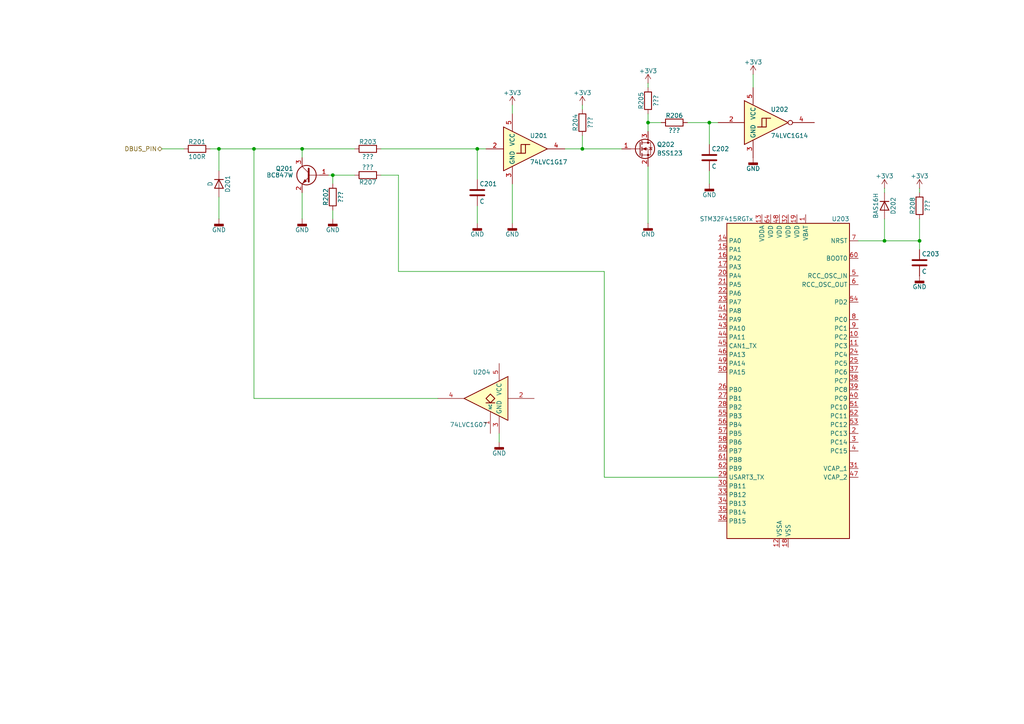
<source format=kicad_sch>
(kicad_sch (version 20250114) (generator "eeschema") (generator_version "9.0")
  (paper "A4")
  (lib_symbols
    (symbol "74xGxx:74LVC1G07"
      (property "Reference" "U" (at 0 7.62 0))
      (property "Value" "74LVC1G07" (at 3.81 -7.62 0))
      (symbol "74LVC1G07_0_1"
        (polyline (pts (xy -7.62 6.35) (xy -7.62 -6.35) (xy 5.08 0) (xy -7.62 6.35)) (stroke (width 0.254)) (fill (type background)))
        (polyline (pts (xy -3.81 -1.27) (xy -1.27 -1.27)) (stroke (width 0.254)) (fill (type background)))
        (polyline (pts (xy -2.54 1.27) (xy -3.81 0) (xy -2.54 -1.27) (xy -1.27 0) (xy -2.54 1.27)) (stroke (width 0.254)) (fill (type background)))
      )
      (symbol "74LVC1G07_1_1"
        (pin input line (at -15.24 0 0) (length 7.62) (name "~") (number "2"))
        (pin power_in line (at -5.08 10.16 270) (length 5.08) (name "VCC") (number "5"))
        (pin power_in line (at -5.08 -10.16 90) (length 5.08) (name "GND") (number "3"))
        (pin free line (at -2.54 -10.16 90) (length 6.35) (name "NC") (number "1"))
        (pin open_collector line (at 12.7 0 180) (length 7.62) (name "~") (number "4"))
      )
    )
    (symbol "74xGxx:74LVC1G14"
      (property "Reference" "U" (at 0 3.81 0))
      (property "Value" "74LVC1G14" (at 0 -3.81 0))
      (symbol "74LVC1G14_0_1"
        (polyline (pts (xy -7.62 6.35) (xy -7.62 -6.35) (xy 5.08 0) (xy -7.62 6.35)) (stroke (width 0.254)) (fill (type background)))
      )
      (symbol "74LVC1G14_1_1"
        (polyline (pts (xy -3.81 -1.27) (xy -1.27 -1.27) (xy -1.27 1.27)) (stroke (width 0.254)))
        (polyline (pts (xy -2.54 -1.27) (xy -2.54 1.27) (xy 0 1.27)) (stroke (width 0.254)))
        (pin input line (at -15.24 0 0) (length 7.62) (name "~") (number "2"))
        (pin no_connect line (at -7.62 5.08 180) (length 5.08) (hide yes) (name "NC") (number "1"))
        (pin power_in line (at -5.08 10.16 270) (length 5.08) (name "VCC") (number "5"))
        (pin power_in line (at -5.08 -10.16 90) (length 5.08) (name "GND") (number "3"))
        (pin output inverted (at 12.7 0 180) (length 7.62) (name "~") (number "4"))
      )
    )
    (symbol "74xGxx:74LVC1G17"
      (property "Reference" "U" (at 0 3.81 0))
      (property "Value" "74LVC1G17" (at 0 -3.81 0))
      (symbol "74LVC1G17_0_1"
        (polyline (pts (xy -7.62 6.35) (xy -7.62 -6.35) (xy 5.08 0) (xy -7.62 6.35)) (stroke (width 0.254)) (fill (type background)))
        (polyline (pts (xy -3.81 -1.27) (xy -2.54 -1.27) (xy -2.54 1.27) (xy -1.27 1.27)) (stroke (width 0.254)) (fill (type background)))
        (polyline (pts (xy -2.54 -1.27) (xy -1.27 -1.27) (xy -1.27 1.27) (xy 0 1.27)) (stroke (width 0.254)) (fill (type background)))
      )
      (symbol "74LVC1G17_1_1"
        (pin input line (at -12.7 0 0) (length 5.08) (name "~") (number "2"))
        (pin no_connect line (at -7.62 5.08 180) (length 5.08) (hide yes) (name "NC") (number "1"))
        (pin power_in line (at -5.08 10.16 270) (length 5.08) (name "VCC") (number "5"))
        (pin power_in line (at -5.08 -10.16 90) (length 5.08) (name "GND") (number "3"))
        (pin output line (at 10.16 0 180) (length 5.08) (name "~") (number "4"))
      )
    )
    (symbol "900_diodes:BAS16H" (pin_numbers (hide yes)) (pin_names (offset 1.016) (hide yes))
      (property "Reference" "D" (at 0 2.54 0))
      (property "Value" "BAS16H" (at 0 -2.54 0))
      (symbol "BAS16H_0_1"
        (polyline (pts (xy -1.27 1.27) (xy -1.27 -1.27)) (stroke (width 0.254)))
        (polyline (pts (xy 1.27 1.27) (xy 1.27 -1.27) (xy -1.27 0) (xy 1.27 1.27)) (stroke (width 0.254)))
        (polyline (pts (xy 1.27 0) (xy -1.27 0)))
      )
      (symbol "BAS16H_1_1"
        (pin passive line (at -3.81 0 0) (length 2.54) (name "K") (number "1"))
        (pin passive line (at 3.81 0 180) (length 2.54) (name "A") (number "2"))
      )
    )
    (symbol "900_transistors:BSS123" (pin_names (offset 0) (hide yes))
      (property "Reference" "Q" (at 5.08 1.27 0))
      (property "Value" "BSS123" (at 5.08 -1.27 0))
      (symbol "BSS123_0_1"
        (polyline (pts (xy 0.254 1.905) (xy 0.254 -1.905)) (stroke (width 0.254)))
        (polyline (pts (xy 0.254 0) (xy -2.54 0)))
        (polyline (pts (xy 0.762 2.286) (xy 0.762 1.27)) (stroke (width 0.254)))
        (polyline (pts (xy 0.762 0.508) (xy 0.762 -0.508)) (stroke (width 0.254)))
        (polyline (pts (xy 0.762 -1.27) (xy 0.762 -2.286)) (stroke (width 0.254)))
        (polyline (pts (xy 0.762 -1.778) (xy 3.302 -1.778) (xy 3.302 1.778) (xy 0.762 1.778)))
        (polyline (pts (xy 1.016 0) (xy 2.032 0.381) (xy 2.032 -0.381) (xy 1.016 0)) (fill (type outline)))
        (circle (center 1.651 0) (radius 2.794) (stroke (width 0.254)))
        (polyline (pts (xy 2.54 2.54) (xy 2.54 1.778)))
        (circle (center 2.54 1.778) (radius 0.254) (fill (type outline)))
        (circle (center 2.54 -1.778) (radius 0.254) (fill (type outline)))
        (polyline (pts (xy 2.54 -2.54) (xy 2.54 0) (xy 0.762 0)))
        (polyline (pts (xy 2.794 0.508) (xy 2.921 0.381) (xy 3.683 0.381) (xy 3.81 0.254)))
        (polyline (pts (xy 3.302 0.381) (xy 2.921 -0.254) (xy 3.683 -0.254) (xy 3.302 0.381)))
      )
      (symbol "BSS123_1_1"
        (pin input line (at -5.08 0 0) (length 2.54) (name "G") (number "1"))
        (pin passive line (at 2.54 5.08 270) (length 2.54) (name "D") (number "3"))
        (pin passive line (at 2.54 -5.08 90) (length 2.54) (name "S") (number "2"))
      )
    )
    (symbol "Device:C" (pin_numbers (hide yes)) (pin_names (offset 0.254))
      (property "Reference" "C" (at 0.635 2.54 0))
      (property "Value" "C" (at 0.635 -2.54 0))
      (symbol "C_0_1"
        (polyline (pts (xy -2.032 0.762) (xy 2.032 0.762)) (stroke (width 0.508)))
        (polyline (pts (xy -2.032 -0.762) (xy 2.032 -0.762)) (stroke (width 0.508)))
      )
      (symbol "C_1_1"
        (pin passive line (at 0 3.81 270) (length 2.794) (name "~") (number "1"))
        (pin passive line (at 0 -3.81 90) (length 2.794) (name "~") (number "2"))
      )
    )
    (symbol "Device:D" (pin_numbers (hide yes)) (pin_names (offset 1.016) (hide yes))
      (property "Reference" "D" (at 0 2.54 0))
      (property "Value" "D" (at 0 -2.54 0))
      (symbol "D_0_1"
        (polyline (pts (xy -1.27 1.27) (xy -1.27 -1.27)) (stroke (width 0.254)))
        (polyline (pts (xy 1.27 1.27) (xy 1.27 -1.27) (xy -1.27 0) (xy 1.27 1.27)) (stroke (width 0.254)))
        (polyline (pts (xy 1.27 0) (xy -1.27 0)))
      )
      (symbol "D_1_1"
        (pin passive line (at -3.81 0 0) (length 2.54) (name "K") (number "1"))
        (pin passive line (at 3.81 0 180) (length 2.54) (name "A") (number "2"))
      )
    )
    (symbol "Device:R" (pin_numbers (hide yes)) (pin_names (offset 0))
      (property "Reference" "R" (at 2.032 0 90))
      (property "Value" "R" (at 0 0 90))
      (symbol "R_0_1"
        (rectangle (start -1.016 -2.54) (end 1.016 2.54) (stroke (width 0.254)))
      )
      (symbol "R_1_1"
        (pin passive line (at 0 3.81 270) (length 1.27) (name "~") (number "1"))
        (pin passive line (at 0 -3.81 90) (length 1.27) (name "~") (number "2"))
      )
    )
    (symbol "MCU_ST_STM32F4:STM32F415RGTx"
      (property "Reference" "U" (at -17.78 46.99 0))
      (property "Value" "STM32F415RGTx" (at 10.16 46.99 0))
      (symbol "STM32F415RGTx_0_1"
        (rectangle (start -17.78 -45.72) (end 17.78 45.72) (stroke (width 0.254)) (fill (type background)))
      )
      (symbol "STM32F415RGTx_1_1"
        (pin input line (at -20.32 40.64 0) (length 2.54) (name "NRST") (number "7"))
        (pin input line (at -20.32 35.56 0) (length 2.54) (name "BOOT0") (number "60"))
        (pin bidirectional line (at -20.32 30.48 0) (length 2.54) (name "PH0") (number "5") (alternate "RCC_OSC_IN" bidirectional line))
        (pin bidirectional line (at -20.32 27.94 0) (length 2.54) (name "PH1") (number "6") (alternate "RCC_OSC_OUT" bidirectional line))
        (pin bidirectional line (at -20.32 22.86 0) (length 2.54) (name "PD2") (number "54"))
        (pin bidirectional line (at -20.32 17.78 0) (length 2.54) (name "PC0") (number "8"))
        (pin bidirectional line (at -20.32 15.24 0) (length 2.54) (name "PC1") (number "9"))
        (pin bidirectional line (at -20.32 12.7 0) (length 2.54) (name "PC2") (number "10"))
        (pin bidirectional line (at -20.32 10.16 0) (length 2.54) (name "PC3") (number "11"))
        (pin bidirectional line (at -20.32 7.62 0) (length 2.54) (name "PC4") (number "24"))
        (pin bidirectional line (at -20.32 5.08 0) (length 2.54) (name "PC5") (number "25"))
        (pin bidirectional line (at -20.32 2.54 0) (length 2.54) (name "PC6") (number "37"))
        (pin bidirectional line (at -20.32 0 0) (length 2.54) (name "PC7") (number "38"))
        (pin bidirectional line (at -20.32 -2.54 0) (length 2.54) (name "PC8") (number "39"))
        (pin bidirectional line (at -20.32 -5.08 0) (length 2.54) (name "PC9") (number "40"))
        (pin bidirectional line (at -20.32 -7.62 0) (length 2.54) (name "PC10") (number "51") (alternate "USART3_TX" bidirectional line))
        (pin bidirectional line (at -20.32 -10.16 0) (length 2.54) (name "PC11") (number "52"))
        (pin bidirectional line (at -20.32 -12.7 0) (length 2.54) (name "PC12") (number "53"))
        (pin bidirectional line (at -20.32 -15.24 0) (length 2.54) (name "PC13") (number "2"))
        (pin bidirectional line (at -20.32 -17.78 0) (length 2.54) (name "PC14") (number "3"))
        (pin bidirectional line (at -20.32 -20.32 0) (length 2.54) (name "PC15") (number "4"))
        (pin power_out line (at -20.32 -25.4 0) (length 2.54) (name "VCAP_1") (number "31"))
        (pin power_out line (at -20.32 -27.94 0) (length 2.54) (name "VCAP_2") (number "47"))
        (pin power_in line (at -5.08 48.26 270) (length 2.54) (name "VBAT") (number "1"))
        (pin power_in line (at -2.54 48.26 270) (length 2.54) (name "VDD") (number "19"))
        (pin power_in line (at 0 48.26 270) (length 2.54) (name "VDD") (number "32"))
        (pin power_in line (at 0 -48.26 90) (length 2.54) (name "VSS") (number "18"))
        (pin passive line (at 0 -48.26 90) (length 2.54) (hide yes) (name "VSS") (number "63"))
        (pin power_in line (at 2.54 48.26 270) (length 2.54) (name "VDD") (number "48"))
        (pin power_in line (at 2.54 -48.26 90) (length 2.54) (name "VSSA") (number "12"))
        (pin power_in line (at 5.08 48.26 270) (length 2.54) (name "VDD") (number "64"))
        (pin power_in line (at 7.62 48.26 270) (length 2.54) (name "VDDA") (number "13"))
        (pin bidirectional line (at 20.32 40.64 180) (length 2.54) (name "PA0") (number "14"))
        (pin bidirectional line (at 20.32 38.1 180) (length 2.54) (name "PA1") (number "15"))
        (pin bidirectional line (at 20.32 35.56 180) (length 2.54) (name "PA2") (number "16"))
        (pin bidirectional line (at 20.32 33.02 180) (length 2.54) (name "PA3") (number "17"))
        (pin bidirectional line (at 20.32 30.48 180) (length 2.54) (name "PA4") (number "20"))
        (pin bidirectional line (at 20.32 27.94 180) (length 2.54) (name "PA5") (number "21"))
        (pin bidirectional line (at 20.32 25.4 180) (length 2.54) (name "PA6") (number "22"))
        (pin bidirectional line (at 20.32 22.86 180) (length 2.54) (name "PA7") (number "23"))
        (pin bidirectional line (at 20.32 20.32 180) (length 2.54) (name "PA8") (number "41"))
        (pin bidirectional line (at 20.32 17.78 180) (length 2.54) (name "PA9") (number "42"))
        (pin bidirectional line (at 20.32 15.24 180) (length 2.54) (name "PA10") (number "43"))
        (pin bidirectional line (at 20.32 12.7 180) (length 2.54) (name "PA11") (number "44"))
        (pin bidirectional line (at 20.32 10.16 180) (length 2.54) (name "PA12") (number "45") (alternate "CAN1_TX" bidirectional line))
        (pin bidirectional line (at 20.32 7.62 180) (length 2.54) (name "PA13") (number "46"))
        (pin bidirectional line (at 20.32 5.08 180) (length 2.54) (name "PA14") (number "49"))
        (pin bidirectional line (at 20.32 2.54 180) (length 2.54) (name "PA15") (number "50"))
        (pin bidirectional line (at 20.32 -2.54 180) (length 2.54) (name "PB0") (number "26"))
        (pin bidirectional line (at 20.32 -5.08 180) (length 2.54) (name "PB1") (number "27"))
        (pin bidirectional line (at 20.32 -7.62 180) (length 2.54) (name "PB2") (number "28"))
        (pin bidirectional line (at 20.32 -10.16 180) (length 2.54) (name "PB3") (number "55"))
        (pin bidirectional line (at 20.32 -12.7 180) (length 2.54) (name "PB4") (number "56"))
        (pin bidirectional line (at 20.32 -15.24 180) (length 2.54) (name "PB5") (number "57"))
        (pin bidirectional line (at 20.32 -17.78 180) (length 2.54) (name "PB6") (number "58"))
        (pin bidirectional line (at 20.32 -20.32 180) (length 2.54) (name "PB7") (number "59"))
        (pin bidirectional line (at 20.32 -22.86 180) (length 2.54) (name "PB8") (number "61"))
        (pin bidirectional line (at 20.32 -25.4 180) (length 2.54) (name "PB9") (number "62") (alternate "CAN1_TX" bidirectional line))
        (pin bidirectional line (at 20.32 -27.94 180) (length 2.54) (name "PB10") (number "29") (alternate "USART3_TX" bidirectional line))
        (pin bidirectional line (at 20.32 -30.48 180) (length 2.54) (name "PB11") (number "30"))
        (pin bidirectional line (at 20.32 -33.02 180) (length 2.54) (name "PB12") (number "33"))
        (pin bidirectional line (at 20.32 -35.56 180) (length 2.54) (name "PB13") (number "34"))
        (pin bidirectional line (at 20.32 -38.1 180) (length 2.54) (name "PB14") (number "35"))
        (pin bidirectional line (at 20.32 -40.64 180) (length 2.54) (name "PB15") (number "36"))
      )
    )
    (symbol "Transistor_BJT:BC847W" (pin_names (offset 0) (hide yes))
      (property "Reference" "Q" (at 5.08 1.905 0))
      (property "Value" "BC847W" (at 5.08 0 0))
      (symbol "BC847W_0_1"
        (polyline (pts (xy -2.54 0) (xy 0.635 0)))
        (polyline (pts (xy 0.635 1.905) (xy 0.635 -1.905)) (stroke (width 0.508)))
        (circle (center 1.27 0) (radius 2.8194) (stroke (width 0.254)))
      )
      (symbol "BC847W_1_1"
        (polyline (pts (xy 0.635 0.635) (xy 2.54 2.54)))
        (polyline (pts (xy 0.635 -0.635) (xy 2.54 -2.54)))
        (polyline (pts (xy 1.27 -1.778) (xy 1.778 -1.27) (xy 2.286 -2.286) (xy 1.27 -1.778)) (fill (type outline)))
        (pin input line (at -5.08 0 0) (length 2.54) (name "B") (number "1"))
        (pin passive line (at 2.54 5.08 270) (length 2.54) (name "C") (number "3"))
        (pin passive line (at 2.54 -5.08 90) (length 2.54) (name "E") (number "2"))
      )
    )
    (symbol "power:+3V3" (power) (pin_numbers (hide yes)) (pin_names (offset 0) (hide yes))
      (property "Value" "+3V3" (at 0 3.556 0))
      (symbol "+3V3_0_1"
        (polyline (pts (xy -0.762 1.27) (xy 0 2.54)))
        (polyline (pts (xy 0 2.54) (xy 0.762 1.27)))
        (polyline (pts (xy 0 0) (xy 0 2.54)))
      )
      (symbol "+3V3_1_1"
        (pin power_in line (at 0 0 90) (length 0) (name "~") (number "1"))
      )
    )
    (symbol "power:GNDD" (power) (pin_numbers (hide yes)) (pin_names (offset 0) (hide yes))
      (property "Value" "GNDD" (at 0 -3.175 0))
      (symbol "GNDD_0_1"
        (rectangle (start -1.27 -1.524) (end 1.27 -2.032) (stroke (width 0.254)) (fill (type outline)))
        (polyline (pts (xy 0 0) (xy 0 -1.524)))
      )
      (symbol "GNDD_1_1"
        (pin power_in line (at 0 0 270) (length 0) (name "~") (number "1"))
      )
    )
  )
  (junction (at 205.74 35.56))
  (junction (at 187.96 35.56))
  (junction (at 63.5 43.18))
  (junction (at 256.54 69.85))
  (junction (at 266.7 69.85))
  (junction (at 138.43 43.18))
  (junction (at 73.66 43.18))
  (junction (at 87.63 43.18))
  (junction (at 168.91 43.18))
  (junction (at 96.52 50.8))
  (wire (pts (xy 96.52 50.8) (xy 96.52 53.34)))
  (wire (pts (xy 187.96 64.77) (xy 187.96 48.26)))
  (wire (pts (xy 73.66 115.57) (xy 73.66 43.18)))
  (wire (pts (xy 46.99 43.18) (xy 53.34 43.18)))
  (wire (pts (xy 138.43 43.18) (xy 140.97 43.18)))
  (wire (pts (xy 168.91 43.18) (xy 180.34 43.18)))
  (wire (pts (xy 163.83 43.18) (xy 168.91 43.18)))
  (wire (pts (xy 187.96 35.56) (xy 187.96 38.1)))
  (wire (pts (xy 248.92 69.85) (xy 256.54 69.85)))
  (wire (pts (xy 205.74 35.56) (xy 205.74 41.91)))
  (wire (pts (xy 205.74 35.56) (xy 208.28 35.56)))
  (wire (pts (xy 256.54 63.5) (xy 256.54 69.85)))
  (wire (pts (xy 208.28 138.43) (xy 175.26 138.43)))
  (wire (pts (xy 95.25 50.8) (xy 96.52 50.8)))
  (wire (pts (xy 187.96 24.13) (xy 187.96 25.4)))
  (wire (pts (xy 266.7 54.61) (xy 266.7 55.88)))
  (wire (pts (xy 187.96 33.02) (xy 187.96 35.56)))
  (wire (pts (xy 110.49 50.8) (xy 115.57 50.8)))
  (wire (pts (xy 175.26 78.74) (xy 115.57 78.74)))
  (wire (pts (xy 256.54 69.85) (xy 266.7 69.85)))
  (wire (pts (xy 199.39 35.56) (xy 205.74 35.56)))
  (wire (pts (xy 175.26 138.43) (xy 175.26 78.74)))
  (wire (pts (xy 96.52 63.5) (xy 96.52 60.96)))
  (wire (pts (xy 87.63 45.72) (xy 87.63 43.18)))
  (wire (pts (xy 138.43 43.18) (xy 138.43 52.07)))
  (wire (pts (xy 266.7 69.85) (xy 266.7 72.39)))
  (wire (pts (xy 63.5 63.5) (xy 63.5 57.15)))
  (wire (pts (xy 187.96 35.56) (xy 191.77 35.56)))
  (wire (pts (xy 87.63 63.5) (xy 87.63 55.88)))
  (wire (pts (xy 266.7 63.5) (xy 266.7 69.85)))
  (wire (pts (xy 148.59 30.48) (xy 148.59 33.02)))
  (wire (pts (xy 256.54 54.61) (xy 256.54 55.88)))
  (wire (pts (xy 144.78 125.73) (xy 144.78 128.27)))
  (wire (pts (xy 110.49 43.18) (xy 138.43 43.18)))
  (wire (pts (xy 96.52 50.8) (xy 102.87 50.8)))
  (wire (pts (xy 87.63 43.18) (xy 102.87 43.18)))
  (wire (pts (xy 127 115.57) (xy 73.66 115.57)))
  (wire (pts (xy 138.43 59.69) (xy 138.43 64.77)))
  (wire (pts (xy 63.5 43.18) (xy 63.5 49.53)))
  (wire (pts (xy 168.91 30.48) (xy 168.91 31.75)))
  (wire (pts (xy 205.74 49.53) (xy 205.74 53.34)))
  (wire (pts (xy 60.96 43.18) (xy 63.5 43.18)))
  (wire (pts (xy 115.57 50.8) (xy 115.57 78.74)))
  (wire (pts (xy 63.5 43.18) (xy 73.66 43.18)))
  (wire (pts (xy 73.66 43.18) (xy 87.63 43.18)))
  (wire (pts (xy 168.91 39.37) (xy 168.91 43.18)))
  (wire (pts (xy 148.59 64.77) (xy 148.59 53.34)))
  (wire (pts (xy 218.44 21.59) (xy 218.44 25.4)))
  (hierarchical_label "DBUS_PIN" (shape bidirectional) (at 46.99 43.18 180))
  (symbol (lib_id "Device:R") (at 168.91 35.56 0) (mirror y) (unit 1)
    (property "Reference" "R204" (at 166.878 35.56 90))
    (property "Value" "???" (at 171.196 35.56 90))
    (property "Footprint" "Resistor_SMD:R_0603_1608Metric" (effects (hide yes)))
    (property "Description" "Resistor" (effects (hide yes)))
  )
  (symbol (lib_id "900_transistors:BSS123") (at 185.42 43.18 0) (unit 1)
    (property "Reference" "Q202" (at 190.5 41.91 0) (effects (justify left)))
    (property "Value" "BSS123" (at 190.5 44.45 0) (effects (justify left)))
    (property "Footprint" "Package_TO_SOT_SMD:SOT-23" (effects (hide yes)))
    (property "Description" "N-MOSFET transistor, gate/source/drain" (effects (hide yes)))
    (property "ID" "50000081" (effects (hide yes)))
    (property "NAME" "BSS123" (effects (hide yes)))
    (property "Polarity" "NMOS" (effects (hide yes)))
    (property "VCE_max" "N/A" (effects (hide yes)))
    (property "VDS_max" "100" (effects (hide yes)))
    (property "IC_max" "N/A" (effects (hide yes)))
    (property "ID_max" "0,15" (effects (hide yes)))
    (property "Vthr_max" "2,8" (effects (hide yes)))
    (property "RDS_max" "6" (effects (hide yes)))
    (property "hFE_min" "N/A" (effects (hide yes)))
    (property "hFE_max" "N/A" (effects (hide yes)))
    (property "Case" "SOT-23" (effects (hide yes)))
    (property "Ptot" "0,25" (effects (hide yes)))
    (property "Rth_ja" "500" (effects (hide yes)))
    (property "Rth_jc" "N/A" (effects (hide yes)))
    (property "TARGET_LIB" "900_transistors" (effects (hide yes)))
    (property "SRC_LIB" "/usr/share/kicad/symbols/Device.kicad_sym" (effects (hide yes)))
    (property "SRC_PART" "Q_NMOS_GSD" (effects (hide yes)))
    (property "kicadlibid" "81" (effects (hide yes)))
    (property "MC_Generic" "BSS123_R1_00001" (effects (hide yes)))
    (property "OC_MOUSER" "241-BSS123_R1_00001" (effects (hide yes)))
    (property "OC_JLCPCB" "C78962" (effects (hide yes)))
  )
  (symbol (lib_id "power:+3V3") (at 148.59 30.48 0) (unit 1)
    (property "Reference" "#PWR0206" (effects (hide yes)))
    (property "Value" "+3V3" (at 148.59 26.924 0))
    (property "Description" "Power symbol creates a global label with name \"+3V3\"" (effects (hide yes)))
  )
  (symbol (lib_id "power:GNDD") (at 144.78 128.27 0) (mirror y) (unit 1)
    (property "Reference" "#PWR0214" (effects (hide yes)))
    (property "Value" "GND" (at 144.78 131.445 0))
    (property "Description" "Power symbol creates a global label with name \"GNDD\" , digital ground" (effects (hide yes)))
  )
  (symbol (lib_id "power:GNDD") (at 87.63 63.5 0) (unit 1)
    (property "Reference" "#PWR0203" (effects (hide yes)))
    (property "Value" "GND" (at 87.63 66.675 0))
    (property "Description" "Power symbol creates a global label with name \"GNDD\" , digital ground" (effects (hide yes)))
  )
  (symbol (lib_id "Device:R") (at 96.52 57.15 180) (unit 1)
    (property "Reference" "R202" (at 94.488 57.15 90))
    (property "Value" "???" (at 98.806 57.15 90))
    (property "Footprint" "Resistor_SMD:R_0603_1608Metric" (effects (hide yes)))
    (property "Description" "Resistor" (effects (hide yes)))
  )
  (symbol (lib_id "Device:R") (at 187.96 29.21 0) (mirror y) (unit 1)
    (property "Reference" "R205" (at 185.928 29.21 90))
    (property "Value" "???" (at 190.246 29.21 90))
    (property "Footprint" "Resistor_SMD:R_0603_1608Metric" (effects (hide yes)))
    (property "Description" "Resistor" (effects (hide yes)))
  )
  (symbol (lib_id "74xGxx:74LVC1G14") (at 223.52 35.56 0) (unit 1)
    (property "Reference" "U202" (at 223.52 31.75 0) (effects (justify left)))
    (property "Value" "74LVC1G14" (at 223.52 39.37 0) (effects (justify left)))
    (property "Datasheet" "https://www.ti.com/lit/sg/scyt129e/scyt129e.pdf" (effects (hide yes)))
    (property "Description" "Single Schmitt NOT Gate, Low-Voltage CMOS" (effects (hide yes)))
  )
  (symbol (lib_id "Device:R") (at 57.15 43.18 90) (unit 1)
    (property "Reference" "R201" (at 57.15 41.148 90))
    (property "Value" "100R" (at 57.15 45.466 90))
    (property "Footprint" "Resistor_SMD:R_0603_1608Metric" (effects (hide yes)))
    (property "Description" "Resistor" (effects (hide yes)))
  )
  (symbol (lib_id "power:GNDD") (at 205.74 53.34 0) (mirror y) (unit 1)
    (property "Reference" "#PWR0210" (effects (hide yes)))
    (property "Value" "GND" (at 205.74 56.515 0))
    (property "Description" "Power symbol creates a global label with name \"GNDD\" , digital ground" (effects (hide yes)))
  )
  (symbol (lib_id "Device:C") (at 266.7 76.2 0) (unit 1)
    (property "Reference" "C203" (at 267.335 73.66 0) (effects (justify left)))
    (property "Value" "C" (at 267.335 78.74 0) (effects (justify left)))
    (property "Description" "Unpolarized capacitor" (effects (hide yes)))
  )
  (symbol (lib_id "power:GNDD") (at 187.96 64.77 0) (mirror y) (unit 1)
    (property "Reference" "#PWR0209" (effects (hide yes)))
    (property "Value" "GND" (at 187.96 67.945 0))
    (property "Description" "Power symbol creates a global label with name \"GNDD\" , digital ground" (effects (hide yes)))
  )
  (symbol (lib_id "power:+3V3") (at 168.91 30.48 0) (unit 1)
    (property "Reference" "#PWR0207" (effects (hide yes)))
    (property "Value" "+3V3" (at 168.91 26.924 0))
    (property "Description" "Power symbol creates a global label with name \"+3V3\"" (effects (hide yes)))
  )
  (symbol (lib_id "power:+3V3") (at 218.44 21.59 0) (unit 1)
    (property "Reference" "#PWR0213" (effects (hide yes)))
    (property "Value" "+3V3" (at 218.44 18.034 0))
    (property "Description" "Power symbol creates a global label with name \"+3V3\"" (effects (hide yes)))
  )
  (symbol (lib_id "Transistor_BJT:BC847W") (at 90.17 50.8 0) (mirror y) (unit 1)
    (property "Reference" "Q201" (at 85.09 48.895 0) (effects (justify left)))
    (property "Value" "BC847W" (at 85.09 50.8 0) (effects (justify left)))
    (property "Footprint" "Package_TO_SOT_SMD:SOT-323_SC-70" (effects (hide yes)))
    (property "Datasheet" "http://www.infineon.com/dgdl/Infineon-BC847SERIES_BC848SERIES_BC849SERIES_BC850SERIES-DS-v01_01-en.pdf?fileId=db3a304314dca389011541d4630a1657" (effects (hide yes)))
    (property "Description" "0.1A Ic, 45V Vce, NPN Transistor, SOT-323" (effects (hide yes)))
  )
  (symbol (lib_id "power:GNDD") (at 218.44 45.72 0) (mirror y) (unit 1)
    (property "Reference" "#PWR0212" (effects (hide yes)))
    (property "Value" "GND" (at 218.44 48.895 0))
    (property "Description" "Power symbol creates a global label with name \"GNDD\" , digital ground" (effects (hide yes)))
  )
  (symbol (lib_id "74xGxx:74LVC1G07") (at 139.7 115.57 0) (mirror y) (unit 1)
    (property "Reference" "U204" (at 139.7 107.95 0))
    (property "Value" "74LVC1G07" (at 135.89 123.19 0))
    (property "Datasheet" "https://www.ti.com/lit/ds/symlink/sn74lvc1g07.pdf" (effects (hide yes)))
    (property "Description" "Single Buffer Gate, Open Drain, Low-Voltage CMOS" (effects (hide yes)))
  )
  (symbol (lib_id "Device:D") (at 63.5 53.34 270) (unit 1)
    (property "Reference" "D201" (at 66.04 53.34 0))
    (property "Value" "D" (at 60.96 53.34 0))
    (property "Footprint" "Diode_SMD:D_SOD-323" (effects (hide yes)))
    (property "Description" "Diode" (effects (hide yes)))
    (property "Sim.Device" "D" (effects (hide yes)))
    (property "Sim.Pins" "1=K 2=A" (effects (hide yes)))
  )
  (symbol (lib_id "power:GNDD") (at 63.5 63.5 0) (unit 1)
    (property "Reference" "#PWR0201" (effects (hide yes)))
    (property "Value" "GND" (at 63.5 66.675 0))
    (property "Description" "Power symbol creates a global label with name \"GNDD\" , digital ground" (effects (hide yes)))
  )
  (symbol (lib_id "Device:R") (at 195.58 35.56 270) (mirror x) (unit 1)
    (property "Reference" "R206" (at 195.58 33.528 90))
    (property "Value" "???" (at 195.58 37.846 90))
    (property "Footprint" "Resistor_SMD:R_0603_1608Metric" (effects (hide yes)))
    (property "Description" "Resistor" (effects (hide yes)))
  )
  (symbol (lib_id "Device:R") (at 106.68 50.8 270) (unit 1)
    (property "Reference" "R207" (at 106.68 52.832 90))
    (property "Value" "???" (at 106.68 48.514 90))
    (property "Footprint" "Resistor_SMD:R_0603_1608Metric" (effects (hide yes)))
    (property "Description" "Resistor" (effects (hide yes)))
  )
  (symbol (lib_id "power:+3V3") (at 266.7 54.61 0) (unit 1)
    (property "Reference" "#PWR0215" (effects (hide yes)))
    (property "Value" "+3V3" (at 266.7 51.054 0))
    (property "Description" "Power symbol creates a global label with name \"+3V3\"" (effects (hide yes)))
  )
  (symbol (lib_id "power:+3V3") (at 256.54 54.61 0) (unit 1)
    (property "Reference" "#PWR0211" (effects (hide yes)))
    (property "Value" "+3V3" (at 256.54 51.054 0))
    (property "Description" "Power symbol creates a global label with name \"+3V3\"" (effects (hide yes)))
  )
  (symbol (lib_id "power:GNDD") (at 148.59 64.77 0) (mirror y) (unit 1)
    (property "Reference" "#PWR0205" (effects (hide yes)))
    (property "Value" "GND" (at 148.59 67.945 0))
    (property "Description" "Power symbol creates a global label with name \"GNDD\" , digital ground" (effects (hide yes)))
  )
  (symbol (lib_id "power:GNDD") (at 266.7 80.01 0) (mirror y) (unit 1)
    (property "Reference" "#PWR0216" (effects (hide yes)))
    (property "Value" "GND" (at 266.7 83.185 0))
    (property "Description" "Power symbol creates a global label with name \"GNDD\" , digital ground" (effects (hide yes)))
  )
  (symbol (lib_id "900_diodes:BAS16H") (at 256.54 59.69 270) (unit 1)
    (property "Reference" "D202" (at 259.08 59.69 0))
    (property "Value" "BAS16H" (at 254 59.69 0))
    (property "Footprint" "Diode_SMD:D_SOD-323F" (effects (hide yes)))
    (property "Description" "Diode" (effects (hide yes)))
    (property "ID" "50000077" (effects (hide yes)))
    (property "NAME" "BAS16H" (effects (hide yes)))
    (property "Type" "Silicon" (effects (hide yes)))
    (property "VR" "100" (effects (hide yes)))
    (property "IF" "0,2" (effects (hide yes)))
    (property "VF" "0,715" (effects (hide yes)))
    (property "CD" "2" (effects (hide yes)))
    (property "Case" "SOD−323" (effects (hide yes)))
    (property "Ptot" "0,2" (effects (hide yes)))
    (property "Rth_ja" "635" (effects (hide yes)))
    (property "Rth_jc" "0" (effects (hide yes)))
    (property "TARGET_LIB" "900_diodes" (effects (hide yes)))
    (property "SRC_LIB" "/usr/share/kicad/symbols/Device.kicad_sym" (effects (hide yes)))
    (property "SRC_PART" "D" (effects (hide yes)))
    (property "kicadlibid" "77" (effects (hide yes)))
    (property "MC_Generic" "BAS16HT1G" (effects (hide yes)))
    (property "OC_MOUSER" "863-BAS16HT1G" (effects (hide yes)))
    (property "OC_JLCPCB" "C131148" (effects (hide yes)))
  )
  (symbol (lib_id "Device:R") (at 106.68 43.18 270) (mirror x) (unit 1)
    (property "Reference" "R203" (at 106.68 41.148 90))
    (property "Value" "???" (at 106.68 45.466 90))
    (property "Footprint" "Resistor_SMD:R_0603_1608Metric" (effects (hide yes)))
    (property "Description" "Resistor" (effects (hide yes)))
  )
  (symbol (lib_id "power:GNDD") (at 138.43 64.77 0) (mirror y) (unit 1)
    (property "Reference" "#PWR0204" (effects (hide yes)))
    (property "Value" "GND" (at 138.43 67.945 0))
    (property "Description" "Power symbol creates a global label with name \"GNDD\" , digital ground" (effects (hide yes)))
  )
  (symbol (lib_id "Device:C") (at 138.43 55.88 0) (unit 1)
    (property "Reference" "C201" (at 139.065 53.34 0) (effects (justify left)))
    (property "Value" "C" (at 139.065 58.42 0) (effects (justify left)))
    (property "Description" "Unpolarized capacitor" (effects (hide yes)))
  )
  (symbol (lib_id "74xGxx:74LVC1G17") (at 153.67 43.18 0) (unit 1)
    (property "Reference" "U201" (at 153.67 39.37 0) (effects (justify left)))
    (property "Value" "74LVC1G17" (at 153.67 46.99 0) (effects (justify left)))
    (property "Datasheet" "https://www.ti.com/lit/ds/symlink/sn74lvc1g17.pdf" (effects (hide yes)))
    (property "Description" "Single Schmitt Buffer Gate, Low-Voltage CMOS" (effects (hide yes)))
  )
  (symbol (lib_id "power:+3V3") (at 187.96 24.13 0) (unit 1)
    (property "Reference" "#PWR0208" (effects (hide yes)))
    (property "Value" "+3V3" (at 187.96 20.574 0))
    (property "Description" "Power symbol creates a global label with name \"+3V3\"" (effects (hide yes)))
  )
  (symbol (lib_id "MCU_ST_STM32F4:STM32F415RGTx") (at 228.6 110.49 0) (mirror y) (unit 1)
    (property "Reference" "U203" (at 246.38 63.5 0) (effects (justify left)))
    (property "Value" "STM32F415RGTx" (at 218.44 63.5 0) (effects (justify left)))
    (property "Footprint" "Package_QFP:LQFP-64_10x10mm_P0.5mm" (effects (hide yes)))
    (property "Datasheet" "https://www.st.com/resource/en/datasheet/stm32f415rg.pdf" (effects (hide yes)))
    (property "Description" "STMicroelectronics Arm Cortex-M4 MCU, 1024KB flash, 192KB RAM, 168 MHz, 1.8-3.6V, 51 GPIO, LQFP64" (effects (hide yes)))
    (pin "6" (alternate "RCC_OSC_OUT"))
    (pin "29" (alternate "USART3_TX"))
    (pin "45" (alternate "CAN1_TX"))
    (pin "5" (alternate "RCC_OSC_IN"))
  )
  (symbol (lib_id "Device:R") (at 266.7 59.69 0) (mirror y) (unit 1)
    (property "Reference" "R208" (at 264.668 59.69 90))
    (property "Value" "???" (at 268.986 59.69 90))
    (property "Footprint" "Resistor_SMD:R_0603_1608Metric" (effects (hide yes)))
    (property "Description" "Resistor" (effects (hide yes)))
  )
  (symbol (lib_id "power:GNDD") (at 96.52 63.5 0) (mirror y) (unit 1)
    (property "Reference" "#PWR0202" (effects (hide yes)))
    (property "Value" "GND" (at 96.52 66.675 0))
    (property "Description" "Power symbol creates a global label with name \"GNDD\" , digital ground" (effects (hide yes)))
  )
  (symbol (lib_id "Device:C") (at 205.74 45.72 0) (unit 1)
    (property "Reference" "C202" (at 206.375 43.18 0) (effects (justify left)))
    (property "Value" "C" (at 206.375 48.26 0) (effects (justify left)))
    (property "Description" "Unpolarized capacitor" (effects (hide yes)))
  )
)
</source>
